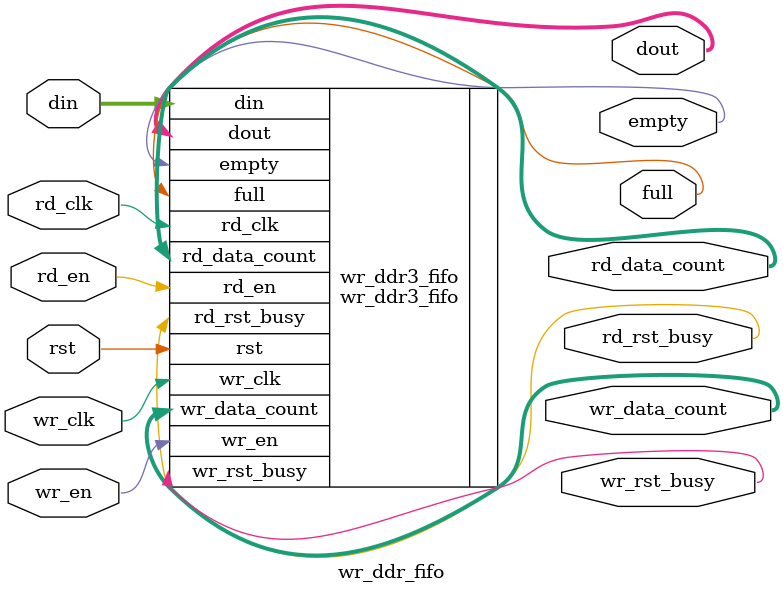
<source format=v>
`timescale 1ns / 1ps


module wr_ddr_fifo(
    input rst,           
    input wr_clk,        
    input rd_clk,        
    input [15:0] din,           
    input wr_en,         
    input rd_en,         
    output [127 : 0] dout,         
    output full,         
    output empty,        
    output [5 : 0] rd_data_count,
    output [8 : 0] wr_data_count,
    output wr_rst_busy,  
    output rd_rst_busy  
  );
  
    wr_ddr3_fifo wr_ddr3_fifo
  (
    .rst           (rst         ), // input  wire rst
    .wr_clk        (wr_clk        ), // input  wire wr_clk
    .rd_clk        (rd_clk             ), // input  wire rd_clk
    .din           (din         ), // input  wire [15 : 0] din
    .wr_en         (wr_en        ), // input  wire wr_en
    .rd_en         (rd_en        ), // input  wire rd_en
    .dout          (dout        ), // output wire [127 : 0] dout
    .full          (full                   ), // output wire full
    .empty         (empty       ), // output wire empty
    .rd_data_count (rd_data_count      ), // output wire [5 : 0] rd_data_count
    .wr_data_count (wr_data_count                   ), // output wire [8 : 0] wr_data_count
    .wr_rst_busy   (wr_rst_busy ), // output wire wr_rst_busy
    .rd_rst_busy   (rd_rst_busy )  // output wire rd_rst_busy
  );

endmodule

</source>
